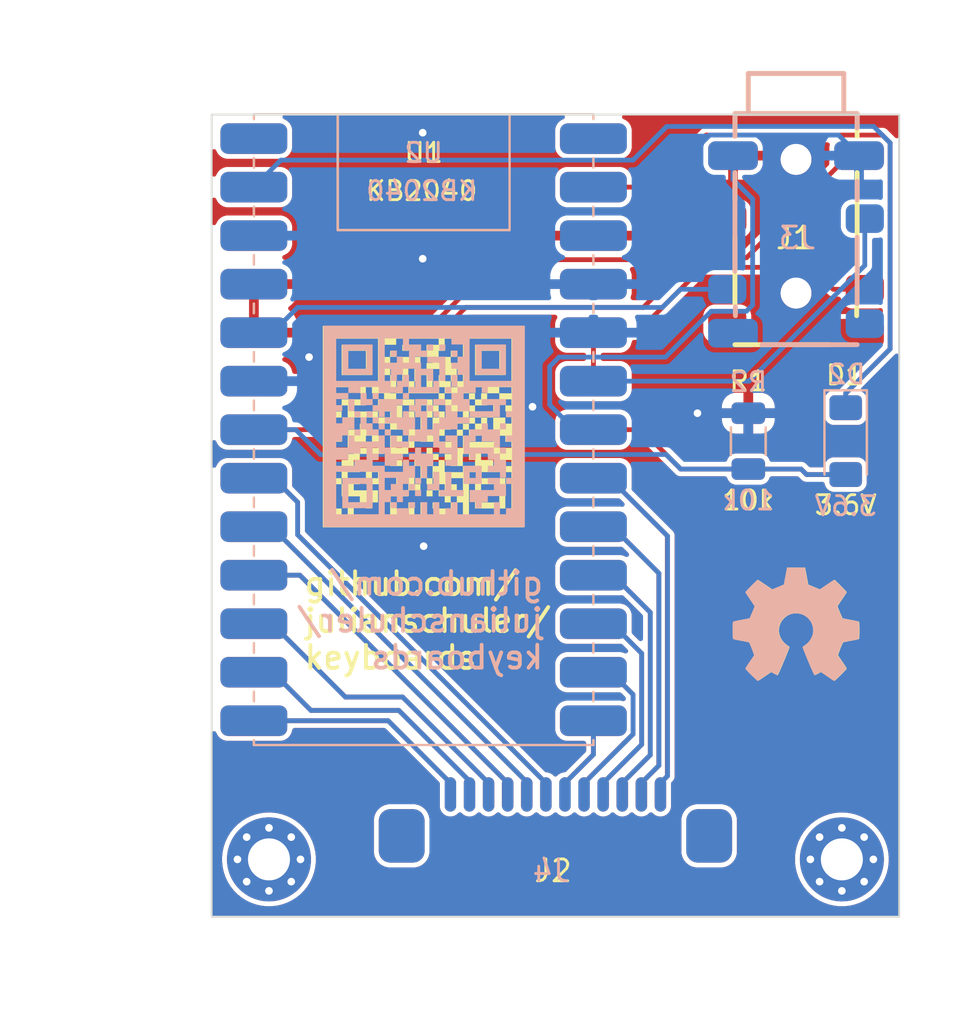
<source format=kicad_pcb>
(kicad_pcb (version 20241229) (generator "pcbnew") (generator_version "9.0")
  (layers (0 "F.Cu" signal) (2 "B.Cu" signal) (13 "F.Paste" user) (15 "B.Paste" user) (5 "F.SilkS" user "F.Silkscreen") (7 "B.SilkS" user "B.Silkscreen") (1 "F.Mask" user) (3 "B.Mask" user) (25 "Edge.Cuts" user))
  (net 0 "")
  (net 1 "GND")
  (net 27 "/L_TX")
  (net 28 "+3V3_L")
  (net 29 "/L_RX")
  (net 30 "/L_ROW3")
  (net 31 "/L_COL6")
  (net 32 "/L_ROW2")
  (net 33 "/L_COL1")
  (net 34 "/L_ROW4")
  (net 35 "/L_COL5")
  (net 36 "/L_ROW1")
  (net 37 "/L_COL3")
  (net 38 "/L_ROW5")
  (net 39 "/L_ROW6")
  (net 40 "/L_COL4")
  (net 41 "/L_COL2")
  (net 43 "/R_RX")
  (net 44 "/R_TX")
  (net 45 "+3V3_R")
  (net 47 "/R_ROW5")
  (net 48 "/R_ROW4")
  (net 49 "/R_COL4")
  (net 50 "/R_ROW6")
  (net 51 "/R_COL1")
  (net 52 "/R_COL5")
  (net 53 "/R_ROW1")
  (net 54 "/R_ROW3")
  (net 55 "/R_ROW2")
  (net 56 "/R_COL2")
  (net 57 "/R_COL6")
  (net 58 "/R_COL3")
  (net 64 "Net-(D1-K)")
  (net 65 "Net-(D1-A)")
  (net 66 "Net-(D2-A)")
  (net 67 "Net-(D2-K)")
  (footprint "MountingHole:MountingHole_2.2mm_M2_Pad_Via" (layer "F.Cu") (at 166 115)
    (property "Reference" "H2" (hide yes))
    (property "Value" "MountingHole_Pad")
  )
  (footprint "Custom:FPC_Connector" (layer "F.Cu") (at 151 111.6)
    (property "Reference" "J2")
    (property "Value" "FFC_connector" (hide yes))
  )
  (footprint "MountingHole:MountingHole_2.2mm_M2_Pad_Via" (layer "F.Cu") (at 136 115)
    (property "Reference" "H1" (hide yes))
    (property "Value" "MountingHole_Pad")
  )
  (footprint "Symbol:OSHW-Symbol_6.7x6mm_SilkScreen" (layer "F.Cu") (at 163.6 102.7)
    (property "Reference" "REF**" (hide yes))
    (property "Value" "OSHW-Symbol_6.7x6mm_SilkScreen" (hide yes))
  )
  (footprint "Custom:Adafruit_KB2040" (layer "F.Cu") (at 144.1 92.5)
    (property "Reference" "U1")
    (property "Value" "Adafruit_KB2040")
  )
  (footprint "Diode_SMD:D_MiniMELF" (layer "F.Cu") (at 166.2 93.1 -90)
    (property "Reference" "D1")
    (property "Value" "3.6V")
  )
  (footprint "Resistor_SMD:R_1206_3216Metric" (layer "F.Cu") (at 161.1 93.1 90)
    (property "Reference" "R1")
    (property "Value" "10k")
  )
  (footprint "Custom:Audio_Jack" (layer "F.Cu") (at 163.6 82.8 -90)
    (property "Reference" "J1")
    (property "Value" "Audio_Jack" (hide yes))
  )
  (footprint "Symbol:OSHW-Symbol_6.7x6mm_SilkScreen" (layer "B.Cu") (at 163.6 102.7 180)
    (property "Reference" "REF**" (hide yes))
    (property "Value" "OSHW-Symbol_6.7x6mm_SilkScreen" (hide yes))
  )
  (footprint "Resistor_SMD:R_1206_3216Metric" (layer "B.Cu") (at 161.1 93.1 90)
    (property "Reference" "R2")
    (property "Value" "10k")
  )
  (footprint "Custom:FPC_Connector" (layer "B.Cu") (at 151 111.6 180)
    (property "Reference" "J4")
    (property "Value" "FFC_connector" (hide yes))
  )
  (footprint "Custom:Audio_Jack" (layer "B.Cu") (at 163.6 82.8 -90)
    (property "Reference" "J3")
    (property "Value" "Audio_Jack" (hide yes))
  )
  (footprint "Diode_SMD:D_MiniMELF" (layer "B.Cu") (at 166.2 93.1 -90)
    (property "Reference" "D2")
    (property "Value" "3.6V")
  )
  (footprint "Custom:Adafruit_KB2040" (layer "B.Cu") (at 144.1 92.5 180)
    (property "Reference" "U2")
    (property "Value" "Adafruit_KB2040")
  )
  (gr_poly (pts (xy 140.757502 92.5) (xy 140.122501 92.5) (xy 140.122501 93.452501) (xy 140.440001 93.452501) (xy 140.440001 93.770001) (xy 140.122501 93.770001) (xy 140.122501 94.087502) (xy 139.805001 94.087502) (xy 139.805001 95.040003) (xy 140.122501 95.040003) (xy 140.122501 94.722502) (xy 140.757502 94.722502) (xy 140.757502 94.405002) (xy 140.440001 94.405002) (xy 140.440001 94.087502) (xy 140.757502 94.087502) (xy 140.757502 93.770001) (xy 141.392502 93.770001) (xy 141.392502 94.087502) (xy 141.710003 94.087502) (xy 141.710003 93.770001) (xy 142.027503 93.770001) (xy 142.027503 93.135001) (xy 141.710003 93.135001) (xy 141.710003 93.452501) (xy 140.440001 93.452501) (xy 140.440001 93.135001) (xy 141.075002 93.135001) (xy 141.075002 92.817501) (xy 141.392502 92.817501) (xy 141.392502 93.135001) (xy 141.710003 93.135001) (xy 142.027503 93.135001) (xy 142.027503 92.817501) (xy 141.710003 92.817501) (xy 141.710003 92.5) (xy 141.075002 92.5) (xy 141.075002 92.182505) (xy 140.757502 92.182505)) (stroke (width -0.000001)) (fill yes) (layer "F.SilkS"))
  (gr_rect (start 144.885001 90.595003) (end 145.202501 90.912503) (stroke (width -0.000001)) (fill yes) (layer "F.SilkS"))
  (gr_rect (start 144.25 95.675003) (end 144.567501 95.992499) (stroke (width -0.000001)) (fill yes) (layer "F.SilkS"))
  (gr_poly (pts (xy 145.520002 93.135001) (xy 144.885001 93.135001) (xy 144.885001 93.452501) (xy 145.837502 93.452501) (xy 145.837502 92.817501) (xy 145.520002 92.817501)) (stroke (width -0.000001)) (fill yes) (layer "F.SilkS"))
  (gr_rect (start 142.662504 90.277503) (end 142.979999 90.595003) (stroke (width -0.000001)) (fill yes) (layer "F.SilkS"))
  (gr_poly (pts (xy 139.805001 89.642502) (xy 141.392502 89.642502) (xy 141.392502 89.325002) (xy 141.075002 89.325002) (xy 140.122501 89.325002) (xy 140.122501 88.372501) (xy 141.075002 88.372501) (xy 141.075002 89.325002) (xy 141.392502 89.325002) (xy 141.392502 88.055001) (xy 139.805001 88.055001)) (stroke (width -0.000001)) (fill yes) (layer "F.SilkS"))
  (gr_rect (start 145.837502 92.5) (end 146.155002 92.817501) (stroke (width -0.000001)) (fill yes) (layer "F.SilkS"))
  (gr_poly (pts (xy 145.202501 91.230004) (xy 145.520002 91.230004) (xy 145.520002 91.865) (xy 145.202501 91.865) (xy 145.202501 91.547504) (xy 144.885001 91.547504) (xy 144.885001 91.865) (xy 144.567501 91.865) (xy 144.567501 91.547504) (xy 144.885001 91.547504) (xy 144.885001 91.230004) (xy 144.567501 91.230004) (xy 144.567501 90.912503) (xy 143.9325 90.912503) (xy 143.9325 91.230004) (xy 144.25 91.230004) (xy 144.25 91.547504) (xy 143.9325 91.547504) (xy 143.9325 92.5) (xy 143.615 92.5) (xy 143.615 92.182505) (xy 143.297502 92.182505) (xy 143.297502 91.865) (xy 142.979999 91.865) (xy 142.979999 91.230004) (xy 142.662504 91.230004) (xy 142.662504 91.547504) (xy 142.345003 91.547504) (xy 142.345003 91.865) (xy 141.710003 91.865) (xy 141.710003 92.182505) (xy 142.345003 92.182505) (xy 142.345003 92.5) (xy 143.297502 92.5) (xy 143.297502 93.135001) (xy 142.979999 93.135001) (xy 142.979999 92.817501) (xy 142.345003 92.817501) (xy 142.345003 94.405002) (xy 142.979999 94.405002) (xy 142.979999 94.087502) (xy 142.662504 94.087502) (xy 142.662504 93.770001) (xy 143.297502 93.770001) (xy 143.297502 93.452501) (xy 142.979999 93.452501) (xy 142.662504 93.452501) (xy 142.662504 93.135001) (xy 142.979999 93.135001) (xy 142.979999 93.452501) (xy 143.297502 93.452501) (xy 143.615 93.452501) (xy 143.615 92.817501) (xy 143.9325 92.817501) (xy 143.9325 93.135001) (xy 144.885001 93.135001) (xy 144.885001 92.817501) (xy 144.567501 92.817501) (xy 144.567501 92.5) (xy 144.25 92.5) (xy 144.25 91.865) (xy 144.567501 91.865) (xy 144.567501 92.5) (xy 144.885001 92.5) (xy 144.885001 92.817501) (xy 145.202501 92.817501) (xy 145.202501 92.5) (xy 145.520002 92.5) (xy 145.520002 92.182505) (xy 146.155002 92.182505) (xy 146.155002 91.865) (xy 145.837502 91.865) (xy 145.837502 91.547504) (xy 146.155002 91.547504) (xy 146.155002 91.865) (xy 146.4725 91.865) (xy 146.4725 91.547504) (xy 146.790001 91.547504) (xy 146.790001 91.230004) (xy 146.4725 91.230004) (xy 146.4725 90.912503) (xy 145.202501 90.912503)) (stroke (width -0.000001)) (fill yes) (layer "F.SilkS"))
  (gr_poly (pts (xy 147.107501 92.182505) (xy 146.790001 92.182505) (xy 146.790001 92.5) (xy 146.4725 92.5) (xy 146.4725 92.817501) (xy 147.107501 92.817501) (xy 147.107501 92.5) (xy 147.425001 92.5) (xy 147.425001 91.865) (xy 147.107501 91.865)) (stroke (width -0.000001)) (fill yes) (layer "F.SilkS"))
  (gr_poly (pts (xy 139.805001 91.230004) (xy 140.122501 91.230004) (xy 140.122501 91.865) (xy 141.710003 91.865) (xy 141.710003 91.547504) (xy 140.440001 91.547504) (xy 140.440001 91.230004) (xy 141.075002 91.230004) (xy 141.075002 90.912503) (xy 139.805001 90.912503)) (stroke (width -0.000001)) (fill yes) (layer "F.SilkS"))
  (gr_rect (start 146.4725 91.865) (end 146.790001 92.182505) (stroke (width -0.000001)) (fill yes) (layer "F.SilkS"))
  (gr_rect (start 145.520002 96.310004) (end 145.837502 96.6275) (stroke (width -0.000001)) (fill yes) (layer "F.SilkS"))
  (gr_rect (start 146.155002 92.182505) (end 146.4725 92.5) (stroke (width -0.000001)) (fill yes) (layer "F.SilkS"))
  (gr_rect (start 147.425001 91.547504) (end 147.742502 91.865) (stroke (width -0.000001)) (fill yes) (layer "F.SilkS"))
  (gr_poly (pts (xy 146.790001 89.642502) (xy 148.3775 89.642502) (xy 148.3775 89.325002) (xy 148.060002 89.325002) (xy 147.107501 89.325002) (xy 147.107501 88.372501) (xy 148.060002 88.372501) (xy 148.060002 89.325002) (xy 148.3775 89.325002) (xy 148.3775 88.055001) (xy 146.790001 88.055001)) (stroke (width -0.000001)) (fill yes) (layer "F.SilkS"))
  (gr_poly (pts (xy 141.075002 95.357503) (xy 142.027503 95.357503) (xy 142.027503 95.040003) (xy 141.710003 95.040003) (xy 141.392502 95.040003) (xy 141.392502 94.722502) (xy 141.710003 94.722502) (xy 141.710003 95.040003) (xy 142.027503 95.040003) (xy 142.027503 94.405002) (xy 141.075002 94.405002)) (stroke (width -0.000001)) (fill yes) (layer "F.SilkS"))
  (gr_rect (start 143.297502 91.547504) (end 143.615 91.865) (stroke (width -0.000001)) (fill yes) (layer "F.SilkS"))
  (gr_poly (pts (xy 142.979999 89.960002) (xy 143.297502 89.960002) (xy 143.297502 89.007501) (xy 143.9325 89.007501) (xy 143.9325 88.690001) (xy 142.979999 88.690001)) (stroke (width -0.000001)) (fill yes) (layer "F.SilkS"))
  (gr_rect (start 142.979999 90.912503) (end 143.615 91.230004) (stroke (width -0.000001)) (fill yes) (layer "F.SilkS"))
  (gr_rect (start 144.567501 95.357503) (end 144.885001 95.675003) (stroke (width -0.000001)) (fill yes) (layer "F.SilkS"))
  (gr_rect (start 147.742502 90.912503) (end 148.060002 91.547504) (stroke (width -0.000001)) (fill yes) (layer "F.SilkS"))
  (gr_rect (start 144.567501 96.310004) (end 144.885001 96.6275) (stroke (width -0.000001)) (fill yes) (layer "F.SilkS"))
  (gr_rect (start 142.979999 88.055001) (end 143.297502 88.372501) (stroke (width -0.000001)) (fill yes) (layer "F.SilkS"))
  (gr_rect (start 143.615 91.230004) (end 143.9325 91.547504) (stroke (width -0.000001)) (fill yes) (layer "F.SilkS"))
  (gr_rect (start 142.345003 89.642502) (end 142.662504 90.277503) (stroke (width -0.000001)) (fill yes) (layer "F.SilkS"))
  (gr_rect (start 142.345003 88.372501) (end 142.662504 88.690001) (stroke (width -0.000001)) (fill yes) (layer "F.SilkS"))
  (gr_rect (start 144.25 95.040003) (end 144.567501 95.357503) (stroke (width -0.000001)) (fill yes) (layer "F.SilkS"))
  (gr_rect (start 147.425001 92.5) (end 147.742502 92.817501) (stroke (width -0.000001)) (fill yes) (layer "F.SilkS"))
  (gr_rect (start 139.805001 92.182505) (end 140.122501 92.5) (stroke (width -0.000001)) (fill yes) (layer "F.SilkS"))
  (gr_rect (start 145.520002 88.372501) (end 145.837502 88.690001) (stroke (width -0.000001)) (fill yes) (layer "F.SilkS"))
  (gr_poly (pts (xy 146.790001 96.6275) (xy 148.3775 96.6275) (xy 148.3775 96.310004) (xy 148.060002 96.310004) (xy 147.107501 96.310004) (xy 147.107501 95.357503) (xy 148.060002 95.357503) (xy 148.060002 96.310004) (xy 148.3775 96.310004) (xy 148.3775 95.040003) (xy 146.790001 95.040003)) (stroke (width -0.000001)) (fill yes) (layer "F.SilkS"))
  (gr_rect (start 146.790001 91.547504) (end 147.107501 91.865) (stroke (width -0.000001)) (fill yes) (layer "F.SilkS"))
  (gr_rect (start 143.615 88.055001) (end 143.9325 88.372501) (stroke (width -0.000001)) (fill yes) (layer "F.SilkS"))
  (gr_rect (start 139.805001 93.452501) (end 140.122501 93.770001) (stroke (width -0.000001)) (fill yes) (layer "F.SilkS"))
  (gr_poly (pts (xy 147.107501 90.912503) (xy 146.790001 90.912503) (xy 146.790001 91.230004) (xy 147.425001 91.230004) (xy 147.425001 90.595003) (xy 147.107501 90.595003)) (stroke (width -0.000001)) (fill yes) (layer "F.SilkS"))
  (gr_poly (pts (xy 142.662504 95.675003) (xy 142.027503 95.675003) (xy 142.027503 95.992499) (xy 143.297502 95.992499) (xy 143.297502 95.675003) (xy 142.979999 95.675003) (xy 142.979999 94.722502) (xy 142.662504 94.722502)) (stroke (width -0.000001)) (fill yes) (layer "F.SilkS"))
  (gr_poly (pts (xy 143.297502 95.675003) (xy 143.9325 95.675003) (xy 143.9325 95.357503) (xy 143.615 95.357503) (xy 143.615 94.722502) (xy 143.297502 94.722502)) (stroke (width -0.000001)) (fill yes) (layer "F.SilkS"))
  (gr_poly (pts (xy 138.817618 97.614882) (xy 149.365038 97.614882) (xy 149.365038 96.945005) (xy 148.695 96.945005) (xy 146.4725 96.945005) (xy 146.4725 95.675003) (xy 146.155002 95.675003) (xy 145.837502 95.675003) (xy 145.837502 95.357503) (xy 145.520002 95.357503) (xy 145.520002 95.040003) (xy 146.155002 95.040003) (xy 146.155002 95.675003) (xy 146.4725 95.675003) (xy 146.4725 94.722502) (xy 148.695 94.722502) (xy 148.695 96.945005) (xy 149.365038 96.945005) (xy 149.365038 94.087502) (xy 148.695 94.087502) (xy 148.695 94.405002) (xy 147.742502 94.405002) (xy 147.742502 94.087502) (xy 147.107501 94.087502) (xy 146.790001 94.087502) (xy 146.790001 94.405002) (xy 146.155002 94.405002) (xy 146.155002 93.770001) (xy 146.4725 93.770001) (xy 146.4725 94.087502) (xy 146.790001 94.087502) (xy 147.107501 94.087502) (xy 147.107501 93.770001) (xy 146.790001 93.770001) (xy 146.4725 93.770001) (xy 146.4725 93.452501) (xy 146.790001 93.452501) (xy 146.790001 93.770001) (xy 147.107501 93.770001) (xy 147.107501 93.452501) (xy 147.425001 93.452501) (xy 147.425001 93.770001) (xy 148.060002 93.770001) (xy 148.060002 94.087502) (xy 148.695 94.087502) (xy 149.365038 94.087502) (xy 149.365038 90.912503) (xy 148.695 90.912503) (xy 148.695 91.230004) (xy 148.3775 91.230004) (xy 148.3775 91.547504) (xy 148.695 91.547504) (xy 148.695 92.182505) (xy 148.3775 92.182505) (xy 148.3775 91.865) (xy 147.742502 91.865) (xy 147.742502 92.5) (xy 148.060002 92.5) (xy 148.060002 92.817501) (xy 148.3775 92.817501) (xy 148.3775 93.135001) (xy 148.695 93.135001) (xy 148.695 93.452501) (xy 148.060002 93.452501) (xy 148.060002 92.817501) (xy 147.742502 92.817501) (xy 147.742502 93.135001) (xy 146.4725 93.135001) (xy 146.4725 92.817501) (xy 146.155002 92.817501) (xy 146.155002 93.452501) (xy 145.837502 93.452501) (xy 145.837502 93.770001) (xy 145.202501 93.770001) (xy 145.202501 94.087502) (xy 145.520002 94.087502) (xy 145.520002 94.405002) (xy 146.155002 94.405002) (xy 146.155002 94.722502) (xy 145.202501 94.722502) (xy 145.202501 94.405002) (xy 144.885001 94.405002) (xy 144.567501 94.405002) (xy 144.567501 94.087502) (xy 144.885001 94.087502) (xy 144.885001 94.405002) (xy 145.202501 94.405002) (xy 145.202501 94.087502) (xy 144.885001 94.087502) (xy 144.885001 93.770001) (xy 144.567501 93.770001) (xy 144.567501 93.452501) (xy 144.25 93.452501) (xy 144.25 93.770001) (xy 143.615 93.770001) (xy 143.615 94.405002) (xy 143.9325 94.405002) (xy 143.9325 95.040003) (xy 144.25 95.040003) (xy 144.25 94.405002) (xy 144.567501 94.405002) (xy 144.567501 95.040003) (xy 144.885001 95.040003) (xy 144.885001 95.357503) (xy 145.202501 95.357503) (xy 145.202501 95.675003) (xy 144.885001 95.675003) (xy 144.885001 95.992499) (xy 145.202501 95.992499) (xy 145.202501 96.310004) (xy 145.520002 96.310004) (xy 145.520002 95.992499) (xy 145.837502 95.992499) (xy 145.837502 96.310004) (xy 146.155002 96.310004) (xy 146.155002 96.945005) (xy 145.520002 96.945005) (xy 145.520002 96.6275) (xy 144.885001 96.6275) (xy 144.885001 96.945005) (xy 144.25 96.945005) (xy 144.25 96.310004) (xy 143.9325 96.310004) (xy 143.9325 96.945005) (xy 143.615 96.945005) (xy 143.615 96.310004) (xy 143.297502 96.310004) (xy 143.297502 96.945005) (xy 142.979999 96.945005) (xy 142.979999 96.6275) (xy 142.662504 96.6275) (xy 142.662504 96.310004) (xy 142.345003 96.310004) (xy 142.345003 96.945005) (xy 140.440001 96.945005) (xy 140.440001 96.310004) (xy 140.122501 96.310004) (xy 140.122501 96.945005) (xy 139.805001 96.945005) (xy 139.805001 96.6275) (xy 139.4875 96.6275) (xy 139.4875 95.357503) (xy 139.805001 95.357503) (xy 139.805001 95.992499) (xy 140.757502 95.992499) (xy 140.757502 96.310004) (xy 141.075002 96.310004) (xy 141.075002 96.6275) (xy 141.392502 96.6275) (xy 141.392502 96.310004) (xy 141.710003 96.310004) (xy 141.710003 95.675003) (xy 140.440001 95.675003) (xy 140.440001 95.357503) (xy 140.757502 95.357503) (xy 140.757502 95.040003) (xy 140.122501 95.040003) (xy 140.122501 95.357503) (xy 139.805001 95.357503) (xy 139.805001 95.040003) (xy 139.4875 95.040003) (xy 139.4875 93.135001) (xy 139.805001 93.135001) (xy 139.805001 92.817501) (xy 139.4875 92.817501) (xy 139.4875 91.865) (xy 139.805001 91.865) (xy 139.805001 91.547504) (xy 139.4875 91.547504) (xy 139.4875 90.277503) (xy 140.757502 90.277503) (xy 140.757502 90.595003) (xy 141.075002 90.595003) (xy 141.075002 90.277503) (xy 141.392502 90.277503) (xy 141.392502 90.595003) (xy 142.027503 90.595003) (xy 142.027503 90.912503) (xy 141.710003 90.912503) (xy 141.710003 91.547504) (xy 142.345003 91.547504) (xy 142.345003 91.230004) (xy 142.662504 91.230004) (xy 142.662504 90.595003) (xy 142.345003 90.595003) (xy 142.345003 90.277503) (xy 142.027503 90.277503) (xy 142.027503 89.960002) (xy 141.710003 89.960002) (xy 139.4875 89.960002) (xy 139.4875 87.7375) (xy 141.710003 87.7375) (xy 141.710003 89.960002) (xy 142.027503 89.960002) (xy 142.027503 89.642502) (xy 142.345003 89.642502) (xy 142.345003 89.325002) (xy 142.662504 89.325002) (xy 142.662504 89.007501) (xy 142.345003 89.007501) (xy 142.345003 88.690001) (xy 142.027503 88.690001) (xy 142.027503 88.055001) (xy 142.662504 88.055001) (xy 142.662504 87.7375) (xy 144.885001 87.7375) (xy 144.885001 88.055001) (xy 144.25 88.055001) (xy 144.25 88.372501) (xy 143.9325 88.372501) (xy 143.9325 88.690001) (xy 144.567501 88.690001) (xy 144.567501 89.007501) (xy 144.25 89.007501) (xy 144.25 89.325002) (xy 143.615 89.325002) (xy 143.615 89.960002) (xy 143.9325 89.960002) (xy 143.9325 89.642502) (xy 144.25 89.642502) (xy 144.25 90.277503) (xy 143.615 90.277503) (xy 143.615 89.960002) (xy 143.297502 89.960002) (xy 143.297502 90.595003) (xy 144.885001 90.595003) (xy 144.885001 90.277503) (xy 145.202501 90.277503) (xy 145.202501 90.595003) (xy 146.4725 90.595003) (xy 146.4725 90.277503) (xy 145.837502 90.277503) (xy 145.520002 90.277503) (xy 145.520002 89.960002) (xy 145.837502 89.960002) (xy 145.837502 90.277503) (xy 146.4725 90.277503) (xy 147.425001 90.277503) (xy 147.425001 90.595003) (xy 148.060002 90.595003) (xy 148.060002 90.912503) (xy 148.695 90.912503) (xy 149.365038 90.912503) (xy 149.365038 90.595003) (xy 148.695 90.595003) (xy 148.060002 90.595003) (xy 148.060002 90.277503) (xy 148.695 90.277503) (xy 148.695 90.595003) (xy 149.365038 90.595003) (xy 149.365038 89.960002) (xy 148.695 89.960002) (xy 146.4725 89.960002) (xy 146.155002 89.960002) (xy 145.837502 89.960002) (xy 145.837502 89.642502) (xy 145.520002 89.642502) (xy 145.520002 89.960002) (xy 145.202501 89.960002) (xy 145.202501 89.642502) (xy 144.885001 89.642502) (xy 144.885001 90.277503) (xy 144.567501 90.277503) (xy 144.567501 89.325002) (xy 145.202501 89.325002) (xy 145.202501 89.642502) (xy 145.520002 89.642502) (xy 145.837502 89.642502) (xy 145.837502 89.325002) (xy 146.155002 89.325002) (xy 146.155002 89.960002) (xy 146.4725 89.960002) (xy 146.4725 89.007501) (xy 146.155002 89.007501) (xy 145.520002 89.007501) (xy 145.520002 88.690001) (xy 145.202501 88.690001) (xy 145.202501 89.007501) (xy 144.885001 89.007501) (xy 144.885001 88.372501) (xy 145.202501 88.372501) (xy 145.202501 87.7375) (xy 146.155002 87.7375) (xy 146.155002 89.007501) (xy 146.4725 89.007501) (xy 146.4725 87.7375) (xy 148.695 87.7375) (xy 148.695 89.960002) (xy 149.365038 89.960002) (xy 149.365038 87.067467) (xy 138.817618 87.067467)) (stroke (width -0.000001)) (fill yes) (layer "F.SilkS"))
  (gr_rect (start 146.4725 90.595003) (end 146.790001 90.912503) (stroke (width -0.000001)) (fill yes) (layer "F.SilkS"))
  (gr_rect (start 144.919638 88.040119) (end 145.237141 88.357619) (stroke (width -0.000001)) (fill yes) (layer "B.SilkS"))
  (gr_rect (start 142.062138 92.485118) (end 142.379638 92.802619) (stroke (width -0.000001)) (fill yes) (layer "B.SilkS"))
  (gr_poly (pts (xy 141.109639 92.167623) (xy 141.427139 92.167623) (xy 141.427139 92.485118) (xy 141.74464 92.485118) (xy 141.74464 92.802619) (xy 141.109639 92.802619) (xy 141.109639 92.485118) (xy 140.792139 92.485118) (xy 140.792139 91.850118) (xy 141.109639 91.850118)) (stroke (width -0.000001)) (fill yes) (layer "B.SilkS"))
  (gr_rect (start 148.094639 93.437619) (end 148.412139 93.755119) (stroke (width -0.000001)) (fill yes) (layer "B.SilkS"))
  (gr_poly (pts (xy 142.697138 93.120119) (xy 143.332139 93.120119) (xy 143.332139 93.437619) (xy 142.379638 93.437619) (xy 142.379638 92.802619) (xy 142.697138 92.802619)) (stroke (width -0.000001)) (fill yes) (layer "B.SilkS"))
  (gr_rect (start 144.28464 91.215122) (end 144.60214 91.532622) (stroke (width -0.000001)) (fill yes) (layer "B.SilkS"))
  (gr_rect (start 143.649639 95.025121) (end 143.96714 95.342621) (stroke (width -0.000001)) (fill yes) (layer "B.SilkS"))
  (gr_rect (start 143.332139 95.342621) (end 143.649639 95.660121) (stroke (width -0.000001)) (fill yes) (layer "B.SilkS"))
  (gr_rect (start 141.427139 91.850118) (end 141.74464 92.167623) (stroke (width -0.000001)) (fill yes) (layer "B.SilkS"))
  (gr_poly (pts (xy 145.554636 95.660121) (xy 146.189637 95.660121) (xy 146.189637 95.977617) (xy 144.919638 95.977617) (xy 144.919638 95.660121) (xy 145.237141 95.660121) (xy 145.237141 94.70762) (xy 145.554636 94.70762)) (stroke (width -0.000001)) (fill yes) (layer "B.SilkS"))
  (gr_poly (pts (xy 148.412139 91.215122) (xy 148.094639 91.215122) (xy 148.094639 91.850118) (xy 146.507137 91.850118) (xy 146.507137 91.532622) (xy 147.777139 91.532622) (xy 147.777139 91.215122) (xy 147.142138 91.215122) (xy 147.142138 90.897621) (xy 148.412139 90.897621)) (stroke (width -0.000001)) (fill yes) (layer "B.SilkS"))
  (gr_rect (start 148.094639 92.167623) (end 148.412139 92.485118) (stroke (width -0.000001)) (fill yes) (layer "B.SilkS"))
  (gr_rect (start 145.554636 89.62762) (end 145.872137 90.262621) (stroke (width -0.000001)) (fill yes) (layer "B.SilkS"))
  (gr_poly (pts (xy 141.427139 89.62762) (xy 139.83964 89.62762) (xy 139.83964 89.31012) (xy 140.157138 89.31012) (xy 141.109639 89.31012) (xy 141.109639 88.357619) (xy 140.157138 88.357619) (xy 140.157138 89.31012) (xy 139.83964 89.31012) (xy 139.83964 88.040119) (xy 141.427139 88.040119)) (stroke (width -0.000001)) (fill yes) (layer "B.SilkS"))
  (gr_rect (start 145.237141 90.262621) (end 145.554636 90.580121) (stroke (width -0.000001)) (fill yes) (layer "B.SilkS"))
  (gr_poly (pts (xy 141.427139 96.612618) (xy 139.83964 96.612618) (xy 139.83964 96.295122) (xy 140.157138 96.295122) (xy 141.109639 96.295122) (xy 141.109639 95.342621) (xy 140.157138 95.342621) (xy 140.157138 96.295122) (xy 139.83964 96.295122) (xy 139.83964 95.025121) (xy 141.427139 95.025121)) (stroke (width -0.000001)) (fill yes) (layer "B.SilkS"))
  (gr_rect (start 143.649639 95.660121) (end 143.96714 95.977617) (stroke (width -0.000001)) (fill yes) (layer "B.SilkS"))
  (gr_rect (start 142.379638 96.295122) (end 142.697138 96.612618) (stroke (width -0.000001)) (fill yes) (layer "B.SilkS"))
  (gr_poly (pts (xy 144.919638 95.660121) (xy 144.28464 95.660121) (xy 144.28464 95.342621) (xy 144.60214 95.342621) (xy 144.60214 94.70762) (xy 144.919638 94.70762)) (stroke (width -0.000001)) (fill yes) (layer "B.SilkS"))
  (gr_poly (pts (xy 145.237141 89.94512) (xy 144.919638 89.94512) (xy 144.919638 88.992619) (xy 144.28464 88.992619) (xy 144.28464 88.675119) (xy 145.237141 88.675119)) (stroke (width -0.000001)) (fill yes) (layer "B.SilkS"))
  (gr_rect (start 144.60214 90.897621) (end 145.237141 91.215122) (stroke (width -0.000001)) (fill yes) (layer "B.SilkS"))
  (gr_poly (pts (xy 147.459638 92.485118) (xy 148.094639 92.485118) (xy 148.094639 93.437619) (xy 147.777139 93.437619) (xy 147.777139 93.755119) (xy 148.094639 93.755119) (xy 148.094639 94.07262) (xy 148.412139 94.07262) (xy 148.412139 95.025121) (xy 148.094639 95.025121) (xy 148.094639 94.70762) (xy 147.459638 94.70762) (xy 147.459638 94.39012) (xy 147.777139 94.39012) (xy 147.777139 94.07262) (xy 147.459638 94.07262) (xy 147.459638 93.755119) (xy 146.824638 93.755119) (xy 146.824638 94.07262) (xy 146.507137 94.07262) (xy 146.507137 93.755119) (xy 146.189637 93.755119) (xy 146.189637 93.120119) (xy 146.507137 93.120119) (xy 146.507137 93.437619) (xy 147.777139 93.437619) (xy 147.777139 93.120119) (xy 147.142138 93.120119) (xy 147.142138 92.802619) (xy 146.824638 92.802619) (xy 146.824638 93.120119) (xy 146.507137 93.120119) (xy 146.189637 93.120119) (xy 146.189637 92.802619) (xy 146.507137 92.802619) (xy 146.507137 92.485118) (xy 147.142138 92.485118) (xy 147.142138 92.167623) (xy 147.459638 92.167623)) (stroke (width -0.000001)) (fill yes) (layer "B.SilkS"))
  (gr_rect (start 143.332139 96.295122) (end 143.649639 96.612618) (stroke (width -0.000001)) (fill yes) (layer "B.SilkS"))
  (gr_rect (start 141.109639 91.532622) (end 141.427139 91.850118) (stroke (width -0.000001)) (fill yes) (layer "B.SilkS"))
  (gr_rect (start 144.28464 88.040119) (end 144.60214 88.357619) (stroke (width -0.000001)) (fill yes) (layer "B.SilkS"))
  (gr_poly (pts (xy 143.014639 91.215122) (xy 142.697138 91.215122) (xy 142.697138 91.850118) (xy 143.014639 91.850118) (xy 143.014639 91.532622) (xy 143.332139 91.532622) (xy 143.332139 91.850118) (xy 143.649639 91.850118) (xy 143.649639 91.532622) (xy 143.332139 91.532622) (xy 143.332139 91.215122) (xy 143.649639 91.215122) (xy 143.649639 90.897621) (xy 144.28464 90.897621) (xy 144.28464 91.215122) (xy 143.96714 91.215122) (xy 143.96714 91.532622) (xy 144.28464 91.532622) (xy 144.28464 92.485118) (xy 144.60214 92.485118) (xy 144.60214 92.167623) (xy 144.919638 92.167623) (xy 144.919638 91.850118) (xy 145.237141 91.850118) (xy 145.237141 91.215122) (xy 145.554636 91.215122) (xy 145.554636 91.532622) (xy 145.872137 91.532622) (xy 145.872137 91.850118) (xy 146.507137 91.850118) (xy 146.507137 92.167623) (xy 145.872137 92.167623) (xy 145.872137 92.485118) (xy 144.919638 92.485118) (xy 144.919638 93.120119) (xy 145.237141 93.120119) (xy 145.237141 92.802619) (xy 145.872137 92.802619) (xy 145.872137 94.39012) (xy 145.237141 94.39012) (xy 145.237141 94.07262) (xy 145.554636 94.07262) (xy 145.554636 93.755119) (xy 144.919638 93.755119) (xy 144.919638 93.437619) (xy 145.237141 93.437619) (xy 145.554636 93.437619) (xy 145.554636 93.120119) (xy 145.237141 93.120119) (xy 145.237141 93.437619) (xy 144.919638 93.437619) (xy 144.60214 93.437619) (xy 144.60214 92.802619) (xy 144.28464 92.802619) (xy 144.28464 93.120119) (xy 143.332139 93.120119) (xy 143.332139 92.802619) (xy 143.649639 92.802619) (xy 143.649639 92.485118) (xy 143.96714 92.485118) (xy 143.96714 91.850118) (xy 143.649639 91.850118) (xy 143.649639 92.485118) (xy 143.332139 92.485118) (xy 143.332139 92.802619) (xy 143.014639 92.802619) (xy 143.014639 92.485118) (xy 142.697138 92.485118) (xy 142.697138 92.167623) (xy 142.062138 92.167623) (xy 142.062138 91.850118) (xy 142.379638 91.850118) (xy 142.379638 91.532622) (xy 142.062138 91.532622) (xy 142.062138 91.850118) (xy 141.74464 91.850118) (xy 141.74464 91.532622) (xy 141.427139 91.532622) (xy 141.427139 91.215122) (xy 141.74464 91.215122) (xy 141.74464 90.897621) (xy 143.014639 90.897621)) (stroke (width -0.000001)) (fill yes) (layer "B.SilkS"))
  (gr_rect (start 140.474638 92.485118) (end 140.792139 92.802619) (stroke (width -0.000001)) (fill yes) (layer "B.SilkS"))
  (gr_poly (pts (xy 148.412139 89.62762) (xy 146.824638 89.62762) (xy 146.824638 89.31012) (xy 147.142138 89.31012) (xy 148.094639 89.31012) (xy 148.094639 88.357619) (xy 147.142138 88.357619) (xy 147.142138 89.31012) (xy 146.824638 89.31012) (xy 146.824638 88.040119) (xy 148.412139 88.040119)) (stroke (width -0.000001)) (fill yes) (layer "B.SilkS"))
  (gr_poly (pts (xy 149.399522 97.6) (xy 138.852102 97.6) (xy 138.852102 96.930123) (xy 139.52214 96.930123) (xy 141.74464 96.930123) (xy 141.74464 95.660121) (xy 142.062138 95.660121) (xy 142.379638 95.660121) (xy 142.379638 95.342621) (xy 142.697138 95.342621) (xy 142.697138 95.025121) (xy 142.062138 95.025121) (xy 142.062138 95.660121) (xy 141.74464 95.660121) (xy 141.74464 94.70762) (xy 139.52214 94.70762) (xy 139.52214 96.930123) (xy 138.852102 96.930123) (xy 138.852102 94.07262) (xy 139.52214 94.07262) (xy 139.52214 94.39012) (xy 140.474638 94.39012) (xy 140.474638 94.07262) (xy 141.109639 94.07262) (xy 141.427139 94.07262) (xy 141.427139 94.39012) (xy 142.062138 94.39012) (xy 142.062138 93.755119) (xy 141.74464 93.755119) (xy 141.74464 94.07262) (xy 141.427139 94.07262) (xy 141.109639 94.07262) (xy 141.109639 93.755119) (xy 141.427139 93.755119) (xy 141.74464 93.755119) (xy 141.74464 93.437619) (xy 141.427139 93.437619) (xy 141.427139 93.755119) (xy 141.109639 93.755119) (xy 141.109639 93.437619) (xy 140.792139 93.437619) (xy 140.792139 93.755119) (xy 140.157138 93.755119) (xy 140.157138 94.07262) (xy 139.52214 94.07262) (xy 138.852102 94.07262) (xy 138.852102 90.897621) (xy 139.52214 90.897621) (xy 139.52214 91.215122) (xy 139.83964 91.215122) (xy 139.83964 91.532622) (xy 139.52214 91.532622) (xy 139.52214 92.167623) (xy 139.83964 92.167623) (xy 139.83964 91.850118) (xy 140.474638 91.850118) (xy 140.474638 92.485118) (xy 140.157138 92.485118) (xy 140.157138 92.802619) (xy 139.83964 92.802619) (xy 139.83964 93.120119) (xy 139.52214 93.120119) (xy 139.52214 93.437619) (xy 140.157138 93.437619) (xy 140.157138 92.802619) (xy 140.474638 92.802619) (xy 140.474638 93.120119) (xy 141.74464 93.120119) (xy 141.74464 92.802619) (xy 142.062138 92.802619) (xy 142.062138 93.437619) (xy 142.379638 93.437619) (xy 142.379638 93.755119) (xy 143.014639 93.755119) (xy 143.014639 94.07262) (xy 142.697138 94.07262) (xy 142.697138 94.39012) (xy 142.062138 94.39012) (xy 142.062138 94.70762) (xy 143.014639 94.70762) (xy 143.014639 94.39012) (xy 143.332139 94.39012) (xy 143.649639 94.39012) (xy 143.649639 94.07262) (xy 143.332139 94.07262) (xy 143.332139 94.39012) (xy 143.014639 94.39012) (xy 143.014639 94.07262) (xy 143.332139 94.07262) (xy 143.332139 93.755119) (xy 143.649639 93.755119) (xy 143.649639 93.437619) (xy 143.96714 93.437619) (xy 143.96714 93.755119) (xy 144.60214 93.755119) (xy 144.60214 94.39012) (xy 144.28464 94.39012) (xy 144.28464 95.025121) (xy 143.96714 95.025121) (xy 143.96714 94.39012) (xy 143.649639 94.39012) (xy 143.649639 95.025121) (xy 143.332139 95.025121) (xy 143.332139 95.342621) (xy 143.014639 95.342621) (xy 143.014639 95.660121) (xy 143.332139 95.660121) (xy 143.332139 95.977617) (xy 143.014639 95.977617) (xy 143.014639 96.295122) (xy 142.697138 96.295122) (xy 142.697138 95.977617) (xy 142.379638 95.977617) (xy 142.379638 96.295122) (xy 142.062138 96.295122) (xy 142.062138 96.930123) (xy 142.697138 96.930123) (xy 142.697138 96.612618) (xy 143.332139 96.612618) (xy 143.332139 96.930123) (xy 143.96714 96.930123) (xy 143.96714 96.295122) (xy 144.28464 96.295122) (xy 144.28464 96.930123) (xy 144.60214 96.930123) (xy 144.60214 96.295122) (xy 144.919638 96.295122) (xy 144.919638 96.930123) (xy 145.237141 96.930123) (xy 145.237141 96.612618) (xy 145.554636 96.612618) (xy 145.554636 96.295122) (xy 145.872137 96.295122) (xy 145.872137 96.930123) (xy 147.777139 96.930123) (xy 147.777139 96.295122) (xy 148.094639 96.295122) (xy 148.094639 96.930123) (xy 148.412139 96.930123) (xy 148.412139 96.612618) (xy 148.72964 96.612618) (xy 148.72964 95.342621) (xy 148.412139 95.342621) (xy 148.412139 95.977617) (xy 147.459638 95.977617) (xy 147.459638 96.295122) (xy 147.142138 96.295122) (xy 147.142138 96.612618) (xy 146.824638 96.612618) (xy 146.824638 96.295122) (xy 146.507137 96.295122) (xy 146.507137 95.660121) (xy 147.777139 95.660121) (xy 147.777139 95.342621) (xy 147.459638 95.342621) (xy 147.459638 95.025121) (xy 148.094639 95.025121) (xy 148.094639 95.342621) (xy 148.412139 95.342621) (xy 148.412139 95.025121) (xy 148.72964 95.025121) (xy 148.72964 93.120119) (xy 148.412139 93.120119) (xy 148.412139 92.802619) (xy 148.72964 92.802619) (xy 148.72964 91.850118) (xy 148.412139 91.850118) (xy 148.412139 91.532622) (xy 148.72964 91.532622) (xy 148.72964 90.262621) (xy 147.459638 90.262621) (xy 147.459638 90.580121) (xy 147.142138 90.580121) (xy 147.142138 90.262621) (xy 146.824638 90.262621) (xy 146.824638 90.580121) (xy 146.189637 90.580121) (xy 146.189637 90.897621) (xy 146.507137 90.897621) (xy 146.507137 91.532622) (xy 145.872137 91.532622) (xy 145.872137 91.215122) (xy 145.554636 91.215122) (xy 145.554636 90.580121) (xy 145.872137 90.580121) (xy 145.872137 90.262621) (xy 146.189637 90.262621) (xy 146.189637 89.94512) (xy 146.507137 89.94512) (xy 148.72964 89.94512) (xy 148.72964 87.722618) (xy 146.507137 87.722618) (xy 146.507137 89.94512) (xy 146.189637 89.94512) (xy 146.189637 89.62762) (xy 145.872137 89.62762) (xy 145.872137 89.31012) (xy 145.554636 89.31012) (xy 145.554636 88.992619) (xy 145.872137 88.992619) (xy 145.872137 88.675119) (xy 146.189637 88.675119) (xy 146.189637 88.040119) (xy 145.554636 88.040119) (xy 145.554636 87.722618) (xy 143.332139 87.722618) (xy 143.332139 88.040119) (xy 143.96714 88.040119) (xy 143.96714 88.357619) (xy 144.28464 88.357619) (xy 144.28464 88.675119) (xy 143.649639 88.675119) (xy 143.649639 88.992619) (xy 143.96714 88.992619) (xy 143.96714 89.31012) (xy 144.60214 89.31012) (xy 144.60214 89.94512) (xy 144.28464 89.94512) (xy 144.28464 89.62762) (xy 143.96714 89.62762) (xy 143.96714 90.262621) (xy 144.60214 90.262621) (xy 144.60214 89.94512) (xy 144.919638 89.94512) (xy 144.919638 90.580121) (xy 143.332139 90.580121) (xy 143.332139 90.262621) (xy 143.014639 90.262621) (xy 143.014639 90.580121) (xy 141.74464 90.580121) (xy 141.74464 90.262621) (xy 142.379638 90.262621) (xy 142.697138 90.262621) (xy 142.697138 89.94512) (xy 142.379638 89.94512) (xy 142.379638 90.262621) (xy 141.74464 90.262621) (xy 140.792139 90.262621) (xy 140.792139 90.580121) (xy 140.157138 90.580121) (xy 140.157138 90.897621) (xy 139.52214 90.897621) (xy 138.852102 90.897621) (xy 138.852102 90.580121) (xy 139.52214 90.580121) (xy 140.157138 90.580121) (xy 140.157138 90.262621) (xy 139.52214 90.262621) (xy 139.52214 90.580121) (xy 138.852102 90.580121) (xy 138.852102 89.94512) (xy 139.52214 89.94512) (xy 141.74464 89.94512) (xy 142.062138 89.94512) (xy 142.379638 89.94512) (xy 142.379638 89.62762) (xy 142.697138 89.62762) (xy 142.697138 89.94512) (xy 143.014639 89.94512) (xy 143.014639 89.62762) (xy 143.332139 89.62762) (xy 143.332139 90.262621) (xy 143.649639 90.262621) (xy 143.649639 89.31012) (xy 143.014639 89.31012) (xy 143.014639 89.62762) (xy 142.697138 89.62762) (xy 142.379638 89.62762) (xy 142.379638 89.31012) (xy 142.062138 89.31012) (xy 142.062138 89.94512) (xy 141.74464 89.94512) (xy 141.74464 88.992619) (xy 142.062138 88.992619) (xy 142.697138 88.992619) (xy 142.697138 88.675119) (xy 143.014639 88.675119) (xy 143.014639 88.992619) (xy 143.332139 88.992619) (xy 143.332139 88.357619) (xy 143.014639 88.357619) (xy 143.014639 87.722618) (xy 142.062138 87.722618) (xy 142.062138 88.992619) (xy 141.74464 88.992619) (xy 141.74464 87.722618) (xy 139.52214 87.722618) (xy 139.52214 89.94512) (xy 138.852102 89.94512) (xy 138.852102 87.052585) (xy 149.399522 87.052585)) (stroke (width -0.000001)) (fill yes) (layer "B.SilkS"))
  (gr_rect (start 145.554636 88.357619) (end 145.872137 88.675119) (stroke (width -0.000001)) (fill yes) (layer "B.SilkS"))
  (gr_rect (start 142.379638 88.357619) (end 142.697138 88.675119) (stroke (width -0.000001)) (fill yes) (layer "B.SilkS"))
  (gr_rect (start 143.014639 90.580121) (end 143.332139 90.897621) (stroke (width -0.000001)) (fill yes) (layer "B.SilkS"))
  (gr_rect (start 141.74464 92.167623) (end 142.062138 92.485118) (stroke (width -0.000001)) (fill yes) (layer "B.SilkS"))
  (gr_rect (start 140.474638 91.532622) (end 140.792139 91.850118) (stroke (width -0.000001)) (fill yes) (layer "B.SilkS"))
  (gr_rect (start 140.157138 90.897621) (end 140.474638 91.532622) (stroke (width -0.000001)) (fill yes) (layer "B.SilkS"))
  (gr_rect (start 144.60214 91.532622) (end 144.919638 91.850118) (stroke (width -0.000001)) (fill yes) (layer "B.SilkS"))
  (gr_poly (pts (xy 141.109639 90.897621) (xy 141.427139 90.897621) (xy 141.427139 91.215122) (xy 140.792139 91.215122) (xy 140.792139 90.580121) (xy 141.109639 90.580121)) (stroke (width -0.000001)) (fill yes) (layer "B.SilkS"))
  (gr_poly (pts (xy 147.142138 95.342621) (xy 146.189637 95.342621) (xy 146.189637 95.025121) (xy 146.507137 95.025121) (xy 146.824638 95.025121) (xy 146.824638 94.70762) (xy 146.507137 94.70762) (xy 146.507137 95.025121) (xy 146.189637 95.025121) (xy 146.189637 94.39012) (xy 147.142138 94.39012)) (stroke (width -0.000001)) (fill yes) (layer "B.SilkS"))
  (gr_rect (start 141.427139 90.580121) (end 141.74464 90.897621) (stroke (width -0.000001)) (fill yes) (layer "B.SilkS"))
  (gr_line (start 133 76) (end 133 118) (stroke (width 0.1)) (layer "Edge.Cuts"))
  (gr_line (start 169 76) (end 133 76) (stroke (width 0.1)) (layer "Edge.Cuts"))
  (gr_line (start 133 118) (end 169 118) (stroke (width 0.1)) (layer "Edge.Cuts"))
  (gr_line (start 169 118) (end 169 76) (stroke (width 0.1)) (layer "Edge.Cuts"))
  (gr_text "github.com/\njulianschuler/\nkeyboards" (at 137.75 102.5 0) (layer "F.SilkS") (effects (font (size 1.2 1.2) (thickness 0.2)) (justify left)))
  (gr_text "KB2040" (at 144 80 -0) (layer "B.SilkS") (effects (font (size 1 1)) (justify mirror)))
  (gr_text "github.com/\njulianschuler/\nkeyboards" (at 150.46714 102.485118 -0) (layer "B.SilkS") (effects (font (size 1.2 1.2) (thickness 0.2)) (justify left mirror)))
  (segment (start 157.3 80.1) (end 159.6 80.1) (width 0.25) (layer "F.Cu") (net 1))
  (segment (start 145.26 82.34) (end 144.05 83.55) (width 0.25) (layer "F.Cu") (net 1))
  (segment (start 149.8 91.3) (end 144.1 97) (width 0.25) (layer "F.Cu") (net 1))
  (segment (start 142.72 84.88) (end 144.05 83.55) (width 0.25) (layer "F.Cu") (net 1))
  (segment (start 142.72 84.88) (end 135.21 84.88) (width 0.25) (layer "F.Cu") (net 1))
  (segment (start 144.1 97) (end 144.1 98.6) (width 0.25) (layer "F.Cu") (net 1))
  (segment (start 137.68 87.42) (end 135.21 87.42) (width 0.25) (layer "F.Cu") (net 1))
  (segment (start 138.1 88.7) (end 138.1 87.84) (width 0.25) (layer "F.Cu") (net 1))
  (segment (start 161.1 91.6375) (end 158.4375 91.6375) (width 0.25) (layer "F.Cu") (net 1))
  (segment (start 144.05 76.95) (end 144.05 83.55) (width 0.25) (layer "F.Cu") (net 1))
  (segment (start 152.99 82.34) (end 155.06 82.34) (width 0.25) (layer "F.Cu") (net 1))
  (segment (start 159.6 80.1) (end 160.3 79.4) (width 0.25) (layer "F.Cu") (net 1))
  (segment (start 138.1 87.84) (end 137.68 87.42) (width 0.25) (layer "F.Cu") (net 1))
  (segment (start 152.99 82.34) (end 145.26 82.34) (width 0.25) (layer "F.Cu") (net 1))
  (segment (start 158.4375 91.6375) (end 158.1 91.3) (width 0.25) (layer "F.Cu") (net 1))
  (segment (start 135.21 87.42) (end 135.21 84.88) (width 0.25) (layer "F.Cu") (net 1))
  (segment (start 155.06 82.34) (end 157.3 80.1) (width 0.25) (layer "F.Cu") (net 1))
  (segment (start 158.1 91.3) (end 149.8 91.3) (width 0.25) (layer "F.Cu") (net 1))
  (segment (start 160.3 79.4) (end 160.3 78.15) (width 0.25) (layer "F.Cu") (net 1))
  (via (at 158.4375 91.6375) (size 0.8) (drill 0.4) (layers "F.Cu" "B.Cu") (net 1))
  (via (at 144.05 83.55) (size 0.8) (drill 0.4) (layers "F.Cu" "B.Cu") (net 1))
  (via (at 149.8 91.3) (size 0.8) (drill 0.4) (layers "F.Cu" "B.Cu") (net 1))
  (via (at 144.1 98.6) (size 0.8) (drill 0.4) (layers "F.Cu" "B.Cu") (net 1))
  (via (at 144.05 76.95) (size 0.8) (drill 0.4) (layers "F.Cu" "B.Cu") (net 1))
  (via (at 138.1 88.7) (size 0.8) (drill 0.4) (layers "F.Cu" "B.Cu") (net 1))
  (segment (start 144.05 83.55) (end 145.38 84.88) (width 0.25) (layer "B.Cu") (net 1))
  (segment (start 152.99 87.42) (end 149.8 87.42) (width 0.25) (layer "B.Cu") (net 1))
  (segment (start 142.84 82.34) (end 135.21 82.34) (width 0.25) (layer "B.Cu") (net 1))
  (segment (start 157.2 83.1) (end 155.42 84.88) (width 0.25) (layer "B.Cu") (net 1))
  (segment (start 149.8 87.42) (end 144.68 87.42) (width 0.25) (layer "B.Cu") (net 1))
  (segment (start 144.05 83.55) (end 142.84 82.34) (width 0.25) (layer "B.Cu") (net 1))
  (segment (start 144.68 87.42) (end 142.14 89.96) (width 0.25) (layer "B.Cu") (net 1))
  (segment (start 165.824 77.074) (end 159.084636 77.074) (width 0.25) (layer "B.Cu") (net 1))
  (segment (start 159.084636 77.074) (end 157.2 78.958636) (width 0.25) (layer "B.Cu") (net 1))
  (segment (start 157.2 78.958636) (end 157.2 83.1) (width 0.25) (layer "B.Cu") (net 1))
  (segment (start 161.1 91.6375) (end 158.4375 91.6375) (width 0.25) (layer "B.Cu") (net 1))
  (segment (start 145.38 84.88) (end 152.99 84.88) (width 0.25) (layer "B.Cu") (net 1))
  (segment (start 138.1 89.96) (end 135.21 89.96) (width 0.25) (layer "B.Cu") (net 1))
  (segment (start 149.8 91.3) (end 149.8 87.42) (width 0.25) (layer "B.Cu") (net 1))
  (segment (start 142.14 89.96) (end 138.1 89.96) (width 0.25) (layer "B.Cu") (net 1))
  (segment (start 138.1 89.96) (end 138.1 88.7) (width 0.25) (layer "B.Cu") (net 1))
  (segment (start 155.42 84.88) (end 152.99 84.88) (width 0.25) (layer "B.Cu") (net 1))
  (segment (start 166.9 78.15) (end 165.824 77.074) (width 0.25) (layer "B.Cu") (net 1))
  (segment (start 155.1 83.6) (end 148 83.6) (width 0.25) (layer "F.Cu") (net 27))
  (segment (start 160.45 81.45) (end 160 81.45) (width 0.25) (layer "F.Cu") (net 27))
  (segment (start 160.5 81.4) (end 160.45 81.45) (width 0.25) (layer "F.Cu") (net 27))
  (segment (start 141.64 89.96) (end 135.21 89.96) (width 0.25) (layer "F.Cu") (net 27))
  (segment (start 148 83.6) (end 141.64 89.96) (width 0.25) (layer "F.Cu") (net 27))
  (segment (start 157.25 81.45) (end 155.1 83.6) (width 0.25) (layer "F.Cu") (net 27))
  (segment (start 160 81.45) (end 157.25 81.45) (width 0.25) (layer "F.Cu") (net 27))
  (segment (start 152.99 89.96) (end 152.99 87.42) (width 0.25) (layer "F.Cu") (net 28))
  (segment (start 165.55 85.15) (end 167.2 85.15) (width 0.25) (layer "F.Cu") (net 28))
  (segment (start 152.99 87.42) (end 155.28 87.42) (width 0.25) (layer "F.Cu") (net 28))
  (segment (start 164.4 84) (end 165.55 85.15) (width 0.25) (layer "F.Cu") (net 28))
  (segment (start 158.7 84) (end 164.4 84) (width 0.25) (layer "F.Cu") (net 28))
  (segment (start 155.28 87.42) (end 158.7 84) (width 0.25) (layer "F.Cu") (net 28))
  (segment (start 158.2 83.5) (end 155.6 86.1) (width 0.25) (layer "F.Cu") (net 29))
  (segment (start 155.6 86.1) (end 146.3 86.1) (width 0.25) (layer "F.Cu") (net 29))
  (segment (start 139.9 92.5) (end 135.21 92.5) (width 0.25) (layer "F.Cu") (net 29))
  (segment (start 146.3 86.1) (end 139.9 92.5) (width 0.25) (layer "F.Cu") (net 29))
  (segment (start 166.35 78.15) (end 161 83.5) (width 0.25) (layer "F.Cu") (net 29))
  (segment (start 166.9 78.15) (end 166.35 78.15) (width 0.25) (layer "F.Cu") (net 29))
  (segment (start 161 83.5) (end 158.2 83.5) (width 0.25) (layer "F.Cu") (net 29))
  (segment (start 154.640106 108.86452) (end 155.06452 108.440106) (width 0.25) (layer "F.Cu") (net 30))
  (segment (start 154.63548 108.86452) (end 154.640106 108.86452) (width 0.25) (layer "F.Cu") (net 30))
  (segment (start 152.5 111.6) (end 152.5 111) (width 0.25) (layer "F.Cu") (net 30))
  (segment (start 155.06452 108.440106) (end 155.06452 106.36452) (width 0.25) (layer "F.Cu") (net 30))
  (segment (start 153.9 105.2) (end 152.99 105.2) (width 0.25) (layer "F.Cu") (net 30))
  (segment (start 155.06452 106.36452) (end 153.9 105.2) (width 0.25) (layer "F.Cu") (net 30))
  (segment (start 152.5 111) (end 154.63548 108.86452) (width 0.25) (layer "F.Cu") (net 30))
  (segment (start 156.8626 110.6374) (end 156.8626 98.0626) (width 0.25) (layer "F.Cu") (net 31))
  (segment (start 156.498 111.599) (end 156.498 111.002) (width 0.25) (layer "F.Cu") (net 31))
  (segment (start 156.498 111.002) (end 156.8626 110.6374) (width 0.25) (layer "F.Cu") (net 31))
  (segment (start 156.8626 98.0626) (end 153.84 95.04) (width 0.25) (layer "F.Cu") (net 31))
  (segment (start 153.84 95.04) (end 152.99 95.04) (width 0.25) (layer "F.Cu") (net 31))
  (segment (start 152.99 107.74) (end 152.99 109.51) (width 0.25) (layer "F.Cu") (net 32))
  (segment (start 152.99 109.51) (end 151.5 111) (width 0.25) (layer "F.Cu") (net 32))
  (segment (start 151.5 111) (end 151.5 111.6) (width 0.25) (layer "F.Cu") (net 32))
  (segment (start 146.5 111.6) (end 146.5 110.9) (width 0.25) (layer "F.Cu") (net 33))
  (segment (start 142.8 107.2) (end 138.2 107.2) (width 0.25) (layer "F.Cu") (net 33))
  (segment (start 136.2 105.2) (end 135.21 105.2) (width 0.25) (layer "F.Cu") (net 33))
  (segment (start 138.2 107.2) (end 136.2 105.2) (width 0.25) (layer "F.Cu") (net 33))
  (segment (start 146.5 110.9) (end 142.8 107.2) (width 0.25) (layer "F.Cu") (net 33))
  (segment (start 153.5 111.6) (end 153.5 111) (width 0.25) (layer "F.Cu") (net 34))
  (segment (start 155.51404 108.98596) (end 155.51404 104.21404) (width 0.25) (layer "F.Cu") (net 34))
  (segment (start 153.5 111) (end 155.51404 108.98596) (width 0.25) (layer "F.Cu") (net 34))
  (segment (start 153.96 102.66) (end 152.99 102.66) (width 0.25) (layer "F.Cu") (net 34))
  (segment (start 155.51404 104.21404) (end 153.96 102.66) (width 0.25) (layer "F.Cu") (net 34))
  (segment (start 136.24 95.04) (end 137.503291 96.303291) (width 0.25) (layer "F.Cu") (net 35))
  (segment (start 137.503291 98.003291) (end 150.5 111) (width 0.25) (layer "F.Cu") (net 35))
  (segment (start 135.21 95.04) (end 136.24 95.04) (width 0.25) (layer "F.Cu") (net 35))
  (segment (start 150.5 111) (end 150.5 111.6) (width 0.25) (layer "F.Cu") (net 35))
  (segment (start 137.503291 96.303291) (end 137.503291 98.003291) (width 0.25) (layer "F.Cu") (net 35))
  (segment (start 135.21 95.04) (end 135.444626 95.274626) (width 0.25) (layer "F.Cu") (net 35))
  (segment (start 145.5 111) (end 145.5 111.6) (width 0.25) (layer "F.Cu") (net 36))
  (segment (start 142.24 107.74) (end 145.5 111) (width 0.25) (layer "F.Cu") (net 36))
  (segment (start 135.21 107.74) (end 142.24 107.74) (width 0.25) (layer "F.Cu") (net 36))
  (segment (start 148.5 111.6) (end 148.5 111) (width 0.25) (layer "F.Cu") (net 37))
  (segment (start 148.5 111) (end 137.62 100.12) (width 0.25) (layer "F.Cu") (net 37))
  (segment (start 137.62 100.12) (end 135.21 100.12) (width 0.25) (layer "F.Cu") (net 37))
  (segment (start 155.96356 109.53644) (end 155.96356 102.06356) (width 0.25) (layer "F.Cu") (net 38))
  (segment (start 154.5 111) (end 155.96356 109.53644) (width 0.25) (layer "F.Cu") (net 38))
  (segment (start 155.96356 102.06356) (end 154.02 100.12) (width 0.25) (layer "F.Cu") (net 38))
  (segment (start 154.5 111.6) (end 154.5 111) (width 0.25) (layer "F.Cu") (net 38))
  (segment (start 154.02 100.12) (end 152.99 100.12) (width 0.25) (layer "F.Cu") (net 38))
  (segment (start 153.98 97.58) (end 152.99 97.58) (width 0.25) (layer "F.Cu") (net 39))
  (segment (start 156.41308 100.01308) (end 153.98 97.58) (width 0.25) (layer "F.Cu") (net 39))
  (segment (start 156.41308 110.08692) (end 156.41308 100.01308) (width 0.25) (layer "F.Cu") (net 39))
  (segment (start 155.5 111) (end 156.41308 110.08692) (width 0.25) (layer "F.Cu") (net 39))
  (segment (start 155.5 111.6) (end 155.5 111) (width 0.25) (layer "F.Cu") (net 39))
  (segment (start 149.5 110.95) (end 149.5 111.6) (width 0.25) (layer "F.Cu") (net 40))
  (segment (start 136.13 97.58) (end 149.5 110.95) (width 0.25) (layer "F.Cu") (net 40))
  (segment (start 135.21 97.58) (end 136.13 97.58) (width 0.25) (layer "F.Cu") (net 40))
  (segment (start 147.5 111) (end 147.5 111.6) (width 0.25) (layer "F.Cu") (net 41))
  (segment (start 140 106.5) (end 143 106.5) (width 0.25) (layer "F.Cu") (net 41))
  (segment (start 143 106.5) (end 147.5 111) (width 0.25) (layer "F.Cu") (net 41))
  (segment (start 135.21 102.66) (end 136.16 102.66) (width 0.25) (layer "F.Cu") (net 41))
  (segment (start 136.16 102.66) (end 140 106.5) (width 0.25) (layer "F.Cu") (net 41))
  (segment (start 152.99 92.5) (end 152 92.5) (width 0.25) (layer "B.Cu") (net 43))
  (segment (start 150.7 89.189889) (end 151.189889 88.7) (width 0.25) (layer "B.Cu") (net 43))
  (segment (start 156.758636 88.7) (end 159.158636 86.3) (width 0.25) (layer "B.Cu") (net 43))
  (segment (start 160.3 79.4) (end 160.3 78.15) (width 0.25) (layer "B.Cu") (net 43))
  (segment (start 151.189889 88.7) (end 156.758636 88.7) (width 0.25) (layer "B.Cu") (net 43))
  (segment (start 159.158636 86.3) (end 161 86.3) (width 0.25) (layer "B.Cu") (net 43))
  (segment (start 152 92.5) (end 150.7 91.2) (width 0.25) (layer "B.Cu") (net 43))
  (segment (start 161 86.3) (end 161.326 85.974) (width 0.25) (layer "B.Cu") (net 43))
  (segment (start 161.326 85.974) (end 161.326 80.426) (width 0.25) (layer "B.Cu") (net 43))
  (segment (start 150.7 91.2) (end 150.7 89.189889) (width 0.25) (layer "B.Cu") (net 43))
  (segment (start 161.326 80.426) (end 160.3 79.4) (width 0.25) (layer "B.Cu") (net 43))
  (segment (start 152.99 89.96) (end 161.14 89.96) (width 0.25) (layer "B.Cu") (net 44))
  (segment (start 161.14 89.96) (end 167.2 83.9) (width 0.25) (layer "B.Cu") (net 44))
  (segment (start 167.2 83.9) (end 167.2 81.45) (width 0.25) (layer "B.Cu") (net 44))
  (segment (start 156.6 86.1) (end 137.5 86.1) (width 0.25) (layer "B.Cu") (net 45))
  (segment (start 136.18 87.42) (end 135.21 87.42) (width 0.25) (layer "B.Cu") (net 45))
  (segment (start 157.55 85.15) (end 156.6 86.1) (width 0.25) (layer "B.Cu") (net 45))
  (segment (start 160 85.15) (end 157.55 85.15) (width 0.25) (layer "B.Cu") (net 45))
  (segment (start 137.5 86.1) (end 136.18 87.42) (width 0.25) (layer "B.Cu") (net 45))
  (segment (start 155.968 102.068) (end 154.02 100.12) (width 0.25) (layer "B.Cu") (net 47))
  (segment (start 154.5 111) (end 155.968 109.532) (width 0.25) (layer "B.Cu") (net 47))
  (segment (start 154.02 100.12) (end 152.99 100.12) (width 0.25) (layer "B.Cu") (net 47))
  (segment (start 154.5 111.6) (end 154.5 111) (width 0.25) (layer "B.Cu") (net 47))
  (segment (start 155.968 109.532) (end 155.968 102.068) (width 0.25) (layer "B.Cu") (net 47))
  (segment (start 155.517 108.983) (end 155.517 104.217) (width 0.25) (layer "B.Cu") (net 48))
  (segment (start 153.5 111) (end 155.517 108.983) (width 0.25) (layer "B.Cu") (net 48))
  (segment (start 155.517 104.217) (end 153.96 102.66) (width 0.25) (layer "B.Cu") (net 48))
  (segment (start 153.5 111.6) (end 153.5 111) (width 0.25) (layer "B.Cu") (net 48))
  (segment (start 153.96 102.66) (end 152.99 102.66) (width 0.25) (layer "B.Cu") (net 48))
  (segment (start 137.62 100.12) (end 135.21 100.12) (width 0.25) (layer "B.Cu") (net 49))
  (segment (start 148.5 111.6) (end 148.5 111) (width 0.25) (layer "B.Cu") (net 49))
  (segment (start 148.5 111) (end 137.62 100.12) (width 0.25) (layer "B.Cu") (net 49))
  (segment (start 156.419 100.019) (end 153.98 97.58) (width 0.25) (layer "B.Cu") (net 50))
  (segment (start 155.5 111) (end 156.419 110.081) (width 0.25) (layer "B.Cu") (net 50))
  (segment (start 155.5 111.6) (end 155.5 111) (width 0.25) (layer "B.Cu") (net 50))
  (segment (start 153.98 97.58) (end 152.99 97.58) (width 0.25) (layer "B.Cu") (net 50))
  (segment (start 156.419 110.081) (end 156.419 100.019) (width 0.25) (layer "B.Cu") (net 50))
  (segment (start 156.5 111.6) (end 156.5 111) (width 0.25) (layer "B.Cu") (net 51))
  (segment (start 156.5 111) (end 156.87 110.63) (width 0.25) (layer "B.Cu") (net 51))
  (segment (start 153.84 95.04) (end 152.99 95.04) (width 0.25) (layer "B.Cu") (net 51))
  (segment (start 156.87 110.63) (end 156.87 98.07) (width 0.25) (layer "B.Cu") (net 51))
  (segment (start 156.87 98.07) (end 153.84 95.04) (width 0.25) (layer "B.Cu") (net 51))
  (segment (start 140 106.5) (end 136.16 102.66) (width 0.25) (layer "B.Cu") (net 52))
  (segment (start 147.5 111) (end 143 106.5) (width 0.25) (layer "B.Cu") (net 52))
  (segment (start 143 106.5) (end 140 106.5) (width 0.25) (layer "B.Cu") (net 52))
  (segment (start 147.5 111.6) (end 147.5 111) (width 0.25) (layer "B.Cu") (net 52))
  (segment (start 136.16 102.66) (end 135.21 102.66) (width 0.25) (layer "B.Cu") (net 52))
  (segment (start 145.502 111.002) (end 145.502 111.599) (width 0.25) (layer "B.Cu") (net 53))
  (segment (start 135.21 107.74) (end 142.24 107.74) (width 0.25) (layer "B.Cu") (net 53))
  (segment (start 142.24 107.74) (end 145.502 111.002) (width 0.25) (layer "B.Cu") (net 53))
  (segment (start 153.9 105.2) (end 152.99 105.2) (width 0.25) (layer "B.Cu") (net 54))
  (segment (start 155.066 106.366) (end 153.9 105.2) (width 0.25) (layer "B.Cu") (net 54))
  (segment (start 155.066 108.44072) (end 155.066 106.366) (width 0.25) (layer "B.Cu") (net 54))
  (segment (start 152.5 111.00672) (end 155.066 108.44072) (width 0.25) (layer "B.Cu") (net 54))
  (segment (start 152.5 111.6) (end 152.5 111.00672) (width 0.25) (layer "B.Cu") (net 54))
  (segment (start 152.99 107.74) (end 152.99 109.51) (width 0.25) (layer "B.Cu") (net 55))
  (segment (start 152.99 109.51) (end 151.5 111) (width 0.25) (layer "B.Cu") (net 55))
  (segment (start 151.5 111) (end 151.5 111.6) (width 0.25) (layer "B.Cu") (net 55))
  (segment (start 137.5 98) (end 137.5 96.3) (width 0.25) (layer "B.Cu") (net 56))
  (segment (start 137.5 96.3) (end 136.24 95.04) (width 0.25) (layer "B.Cu") (net 56))
  (segment (start 150.5 111) (end 137.5 98) (width 0.25) (layer "B.Cu") (net 56))
  (segment (start 150.5 111.6) (end 150.5 111) (width 0.25) (layer "B.Cu") (net 56))
  (segment (start 136.24 95.04) (end 135.21 95.04) (width 0.25) (layer "B.Cu") (net 56))
  (segment (start 138.2 107.2) (end 142.8 107.2) (width 0.25) (layer "B.Cu") (net 57))
  (segment (start 146.5 110.9) (end 146.5 111.6) (width 0.25) (layer "B.Cu") (net 57))
  (segment (start 135.21 105.2) (end 136.2 105.2) (width 0.25) (layer "B.Cu") (net 57))
  (segment (start 136.2 105.2) (end 138.2 107.2) (width 0.25) (layer "B.Cu") (net 57))
  (segment (start 142.8 107.2) (end 146.5 110.9) (width 0.25) (layer "B.Cu") (net 57))
  (segment (start 135.21 97.58) (end 136.13 97.58) (width 0.25) (layer "B.Cu") (net 58))
  (segment (start 136.13 97.58) (end 149.5 110.95) (width 0.25) (layer "B.Cu") (net 58))
  (segment (start 149.5 110.95) (end 149.5 111.6) (width 0.25) (layer "B.Cu") (net 58))
  (segment (start 166.2 90.6) (end 168.526 88.274) (width 0.25) (layer "F.Cu") (net 64))
  (segment (start 168.115364 77.074) (end 158.88819 77.074) (width 0.25) (layer "F.Cu") (net 64))
  (segment (start 166.2 90.6) (end 166.2 91.35) (width 0.25) (layer "F.Cu") (net 64))
  (segment (start 158.88819 77.074) (end 156.16219 79.8) (width 0.25) (layer "F.Cu") (net 64))
  (segment (start 156.16219 79.8) (end 152.99 79.8) (width 0.25) (layer "F.Cu") (net 64))
  (segment (start 168.526 77.484636) (end 168.115364 77.074) (width 0.25) (layer "F.Cu") (net 64))
  (segment (start 168.526 88.274) (end 168.526 77.484636) (width 0.25) (layer "F.Cu") (net 64))
  (segment (start 157.5625 94.5625) (end 160.9 94.5625) (width 0.25) (layer "F.Cu") (net 65))
  (segment (start 163.8625 94.5625) (end 161.1 94.5625) (width 0.25) (layer "F.Cu") (net 65))
  (segment (start 164.15 94.85) (end 163.8625 94.5625) (width 0.25) (layer "F.Cu") (net 65))
  (segment (start 160.9375 94.5625) (end 160.9 94.6) (width 0.25) (layer "F.Cu") (net 65))
  (segment (start 155.5 92.5) (end 152.99 92.5) (width 0.25) (layer "F.Cu") (net 65))
  (segment (start 166.2 94.85) (end 164.15 94.85) (width 0.25) (layer "F.Cu") (net 65))
  (segment (start 155.5 92.5) (end 157.5625 94.5625) (width 0.25) (layer "F.Cu") (net 65))
  (segment (start 161.1 94.5625) (end 157.5625 94.5625) (width 0.25) (layer "B.Cu") (net 66))
  (segment (start 138.7 93.8) (end 137.4 92.5) (width 0.25) (layer "B.Cu") (net 66))
  (segment (start 166.2 94.85) (end 164.15 94.85) (width 0.25) (layer "B.Cu") (net 66))
  (segment (start 163.8625 94.5625) (end 161.1 94.5625) (width 0.25) (layer "B.Cu") (net 66))
  (segment (start 157.5625 94.5625) (end 156.8 93.8) (width 0.25) (layer "B.Cu") (net 66))
  (segment (start 137.4 92.5) (end 135.21 92.5) (width 0.25) (layer "B.Cu") (net 66))
  (segment (start 164.15 94.85) (end 163.8625 94.5625) (width 0.25) (layer "B.Cu") (net 66))
  (segment (start 156.8 93.8) (end 138.7 93.8) (width 0.25) (layer "B.Cu") (net 66))
  (segment (start 156.827723 76.623) (end 167.664364 76.623) (width 0.25) (layer "B.Cu") (net 67))
  (segment (start 136.624 78.386) (end 155.064723 78.386) (width 0.25) (layer "B.Cu") (net 67))
  (segment (start 166.2 91.35) (end 166.2 90.6) (width 0.25) (layer "B.Cu") (net 67))
  (segment (start 168.526 77.484636) (end 168.526 88.274) (width 0.25) (layer "B.Cu") (net 67))
  (segment (start 168.526 88.274) (end 166.2 90.6) (width 0.25) (layer "B.Cu") (net 67))
  (segment (start 135.21 79.8) (end 136.624 78.386) (width 0.25) (layer "B.Cu") (net 67))
  (segment (start 167.664364 76.623) (end 168.526 77.484636) (width 0.25) (layer "B.Cu") (net 67))
  (segment (start 155.064723 78.386) (end 156.827723 76.623) (width 0.25) (layer "B.Cu") (net 67))
  (zone (net 1) (net_name "GND") (layer "F.Cu") (connect_pads (clearance 0.254)) (min_thickness 0.254) (fill yes (thermal_gap 0.508) (thermal_bridge_width 0.508))
    (polygon (pts (xy 169 118) (xy 133 118) (xy 133 76) (xy 169 76)))
  )
  (zone (net 1) (net_name "GND") (layer "B.Cu") (connect_pads (clearance 0.254)) (min_thickness 0.254) (fill yes (thermal_gap 0.508) (thermal_bridge_width 0.508))
    (polygon (pts (xy 169 118) (xy 133 118) (xy 133 76) (xy 169 76)))
  )
)
</source>
